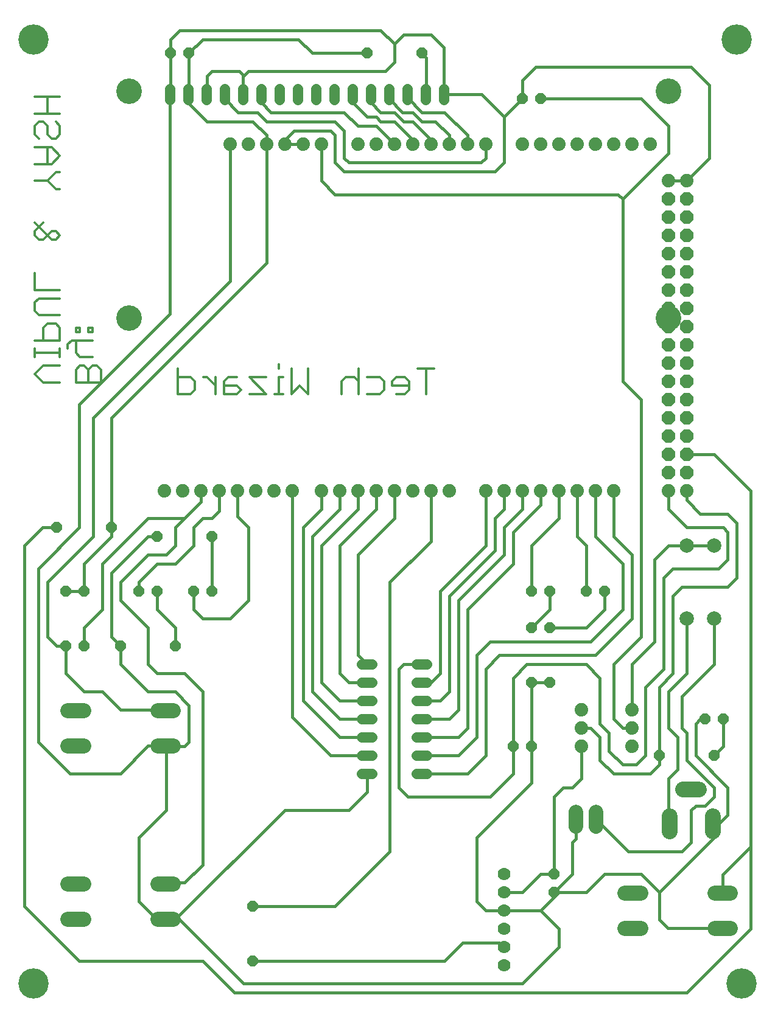
<source format=gbl>
G75*
%MOIN*%
%OFA0B0*%
%FSLAX24Y24*%
%IPPOS*%
%LPD*%
%AMOC8*
5,1,8,0,0,1.08239X$1,22.5*
%
%ADD10C,0.0120*%
%ADD11C,0.0740*%
%ADD12OC8,0.0740*%
%ADD13C,0.0700*%
%ADD14OC8,0.0576*%
%ADD15C,0.0576*%
%ADD16C,0.1400*%
%ADD17C,0.0846*%
%ADD18C,0.0810*%
%ADD19C,0.0792*%
%ADD20C,0.0860*%
%ADD21C,0.0160*%
%ADD22C,0.1660*%
D10*
X009498Y033660D02*
X010189Y033660D01*
X010419Y033890D01*
X010419Y034351D01*
X010189Y034581D01*
X009498Y034581D01*
X009498Y035041D02*
X009498Y033660D01*
X010879Y034581D02*
X011109Y034581D01*
X011570Y034120D01*
X011570Y033660D02*
X011570Y034581D01*
X012030Y034351D02*
X012030Y033660D01*
X012721Y033660D01*
X012951Y033890D01*
X012721Y034120D01*
X012030Y034120D01*
X012030Y034351D02*
X012260Y034581D01*
X012721Y034581D01*
X013411Y034581D02*
X014332Y033660D01*
X013411Y033660D01*
X013411Y034581D02*
X014332Y034581D01*
X015023Y034581D02*
X015023Y033660D01*
X015253Y033660D02*
X014793Y033660D01*
X015713Y033660D02*
X015713Y035041D01*
X015253Y034581D02*
X015023Y034581D01*
X015023Y035041D02*
X015023Y035271D01*
X016174Y034120D02*
X015713Y033660D01*
X016174Y034120D02*
X016634Y033660D01*
X016634Y035041D01*
X018476Y034351D02*
X018476Y033660D01*
X018476Y034351D02*
X018706Y034581D01*
X019166Y034581D01*
X019396Y034351D01*
X019857Y034581D02*
X020547Y034581D01*
X020778Y034351D01*
X020778Y033890D01*
X020547Y033660D01*
X019857Y033660D01*
X019396Y033660D02*
X019396Y035041D01*
X021238Y034351D02*
X021238Y034120D01*
X022159Y034120D01*
X022159Y033890D02*
X022159Y034351D01*
X021929Y034581D01*
X021468Y034581D01*
X021238Y034351D01*
X021468Y033660D02*
X021929Y033660D01*
X022159Y033890D01*
X022619Y035041D02*
X023540Y035041D01*
X023080Y035041D02*
X023080Y033660D01*
X005291Y034296D02*
X005291Y034987D01*
X005061Y035217D01*
X004831Y035217D01*
X004601Y034987D01*
X004601Y034296D01*
X005291Y034296D02*
X003910Y034296D01*
X003910Y034987D01*
X004140Y035217D01*
X004370Y035217D01*
X004601Y034987D01*
X004831Y035677D02*
X004140Y035677D01*
X003910Y035908D01*
X003910Y036598D01*
X003680Y036598D02*
X003450Y036368D01*
X003450Y036138D01*
X003041Y036138D02*
X003041Y035677D01*
X003041Y035908D02*
X001660Y035908D01*
X001660Y036138D02*
X001660Y035677D01*
X001660Y036598D02*
X003041Y036598D01*
X003041Y037289D01*
X002811Y037519D01*
X002351Y037519D01*
X002120Y037289D01*
X002120Y036598D01*
X002120Y035217D02*
X003041Y035217D01*
X002120Y035217D02*
X001660Y034757D01*
X002120Y034296D01*
X003041Y034296D01*
X003680Y036598D02*
X004831Y036598D01*
X004831Y037059D02*
X004601Y037059D01*
X004601Y037289D01*
X004831Y037289D01*
X004831Y037059D01*
X004140Y037059D02*
X003910Y037059D01*
X003910Y037289D01*
X004140Y037289D01*
X004140Y037059D01*
X003041Y037979D02*
X001890Y037979D01*
X001660Y038210D01*
X001660Y038670D01*
X001890Y038900D01*
X003041Y038900D01*
X003041Y039361D02*
X001660Y039361D01*
X001660Y040281D01*
X001890Y042123D02*
X002120Y042123D01*
X002581Y042583D01*
X002811Y042583D01*
X003041Y042353D01*
X002811Y042123D01*
X002581Y042123D01*
X001660Y043044D01*
X002120Y043044D02*
X001660Y042583D01*
X001660Y042353D01*
X001890Y042123D01*
X002811Y044885D02*
X002351Y045346D01*
X001660Y045346D01*
X002351Y045346D02*
X002811Y045806D01*
X003041Y045806D01*
X002581Y046266D02*
X003041Y046727D01*
X002581Y047187D01*
X001660Y047187D01*
X001890Y047648D02*
X001660Y047878D01*
X001660Y048338D01*
X001890Y048568D01*
X002120Y048568D01*
X002351Y048338D01*
X002351Y047878D01*
X002581Y047648D01*
X002811Y047648D01*
X003041Y047878D01*
X003041Y048338D01*
X002811Y048568D01*
X003041Y049029D02*
X001660Y049029D01*
X002351Y049029D02*
X002351Y049950D01*
X003041Y049950D02*
X001660Y049950D01*
X002351Y047187D02*
X002351Y046266D01*
X002581Y046266D02*
X001660Y046266D01*
X002811Y044885D02*
X003041Y044885D01*
D11*
X012350Y047350D03*
X013350Y047350D03*
X014350Y047350D03*
X015350Y047350D03*
X016350Y047350D03*
X017350Y047350D03*
X019350Y047350D03*
X020350Y047350D03*
X021350Y047350D03*
X022350Y047350D03*
X023350Y047350D03*
X024350Y047350D03*
X025350Y047350D03*
X026350Y047350D03*
X028350Y047350D03*
X029350Y047350D03*
X030350Y047350D03*
X031350Y047350D03*
X032350Y047350D03*
X033350Y047350D03*
X034350Y047350D03*
X035350Y047350D03*
X036350Y045350D03*
X037350Y045350D03*
X037350Y028350D03*
X036350Y028350D03*
X033350Y028350D03*
X032350Y028350D03*
X031350Y028350D03*
X030350Y028350D03*
X029350Y028350D03*
X028350Y028350D03*
X027350Y028350D03*
X026350Y028350D03*
X024350Y028350D03*
X023350Y028350D03*
X022350Y028350D03*
X021350Y028350D03*
X020350Y028350D03*
X019350Y028350D03*
X018350Y028350D03*
X017350Y028350D03*
X015750Y028350D03*
X014750Y028350D03*
X013750Y028350D03*
X012750Y028350D03*
X011750Y028350D03*
X010750Y028350D03*
X009750Y028350D03*
X008750Y028350D03*
X031600Y016350D03*
X031600Y015350D03*
X031600Y014350D03*
X034350Y014350D03*
X034350Y015350D03*
X034350Y016350D03*
D12*
X036350Y029350D03*
X036350Y030350D03*
X036350Y031350D03*
X036350Y032350D03*
X036350Y033350D03*
X036350Y034350D03*
X036350Y035350D03*
X036350Y036350D03*
X036350Y037350D03*
X036350Y038350D03*
X036350Y039350D03*
X036350Y040350D03*
X036350Y041350D03*
X036350Y042350D03*
X036350Y043350D03*
X036350Y044350D03*
X037350Y044350D03*
X037350Y043350D03*
X037350Y042350D03*
X037350Y041350D03*
X037350Y040350D03*
X037350Y039350D03*
X037350Y038350D03*
X037350Y037350D03*
X037350Y036350D03*
X037350Y035350D03*
X037350Y034350D03*
X037350Y033350D03*
X037350Y032350D03*
X037350Y031350D03*
X037350Y030350D03*
X037350Y029350D03*
D13*
X027350Y007350D03*
X027350Y006350D03*
X027350Y005350D03*
X027350Y004350D03*
X027350Y003350D03*
X027350Y002350D03*
D14*
X030100Y006350D03*
X030100Y007350D03*
X028850Y014350D03*
X027850Y014350D03*
X028850Y017850D03*
X029850Y017850D03*
X029850Y020850D03*
X028850Y020850D03*
X028850Y022850D03*
X029850Y022850D03*
X031850Y022850D03*
X032850Y022850D03*
X038350Y015850D03*
X039350Y015850D03*
X038850Y013850D03*
X035850Y013850D03*
X013600Y005600D03*
X013600Y002600D03*
X009350Y019850D03*
X008350Y022850D03*
X007350Y022850D03*
X006350Y019850D03*
X004350Y019850D03*
X003350Y019850D03*
X003350Y022850D03*
X004350Y022850D03*
X002850Y026350D03*
X005850Y026350D03*
X008350Y025850D03*
X010350Y022850D03*
X011350Y022850D03*
X011350Y025850D03*
X028350Y049850D03*
X029350Y049850D03*
X022850Y052350D03*
X019850Y052350D03*
X010100Y052350D03*
X009100Y052350D03*
D15*
X009047Y050369D02*
X009047Y049793D01*
X010047Y049793D02*
X010047Y050369D01*
X011047Y050369D02*
X011047Y049793D01*
X012047Y049793D02*
X012047Y050369D01*
X013047Y050369D02*
X013047Y049793D01*
X014047Y049793D02*
X014047Y050369D01*
X015047Y050369D02*
X015047Y049793D01*
X016047Y049793D02*
X016047Y050369D01*
X017047Y050369D02*
X017047Y049793D01*
X018047Y049793D02*
X018047Y050369D01*
X019047Y050369D02*
X019047Y049793D01*
X020047Y049793D02*
X020047Y050369D01*
X021047Y050369D02*
X021047Y049793D01*
X022047Y049793D02*
X022047Y050369D01*
X023047Y050369D02*
X023047Y049793D01*
X024047Y049793D02*
X024047Y050369D01*
X023138Y018850D02*
X022562Y018850D01*
X022562Y017850D02*
X023138Y017850D01*
X023138Y016850D02*
X022562Y016850D01*
X022562Y015850D02*
X023138Y015850D01*
X023138Y014850D02*
X022562Y014850D01*
X022562Y013850D02*
X023138Y013850D01*
X023138Y012850D02*
X022562Y012850D01*
X020138Y012850D02*
X019562Y012850D01*
X019562Y013850D02*
X020138Y013850D01*
X020138Y014850D02*
X019562Y014850D01*
X019562Y015850D02*
X020138Y015850D01*
X020138Y016850D02*
X019562Y016850D01*
X019562Y017850D02*
X020138Y017850D01*
X020138Y018850D02*
X019562Y018850D01*
D16*
X006834Y037834D03*
X006834Y050236D03*
X036362Y050236D03*
X036362Y037834D03*
D17*
X034813Y006330D02*
X033967Y006330D01*
X033967Y004370D02*
X034813Y004370D01*
X038887Y004370D02*
X039733Y004370D01*
X039733Y006330D02*
X038887Y006330D01*
X009233Y006830D02*
X008387Y006830D01*
X008387Y004870D02*
X009233Y004870D01*
X004313Y004870D02*
X003467Y004870D01*
X003467Y006830D02*
X004313Y006830D01*
X004313Y014370D02*
X003467Y014370D01*
X003467Y016330D02*
X004313Y016330D01*
X008387Y016330D02*
X009233Y016330D01*
X009233Y014370D02*
X008387Y014370D01*
D18*
X031300Y010755D02*
X031300Y009945D01*
X032400Y009945D02*
X032400Y010755D01*
D19*
X037350Y021350D03*
X038850Y021350D03*
X038850Y025350D03*
X037350Y025350D03*
D20*
X037170Y011990D02*
X038030Y011990D01*
X038781Y010530D02*
X038781Y009670D01*
X036419Y009670D02*
X036419Y010530D01*
D21*
X036350Y010169D02*
X036419Y010100D01*
X036350Y010169D02*
X036350Y012600D01*
X036850Y013100D01*
X036850Y014850D01*
X036350Y015350D01*
X036350Y017350D01*
X037350Y018350D01*
X037350Y021350D01*
X036600Y022600D02*
X037100Y023100D01*
X039600Y023100D01*
X040100Y023600D01*
X040100Y026600D01*
X039600Y027100D01*
X038100Y027100D01*
X037350Y027850D01*
X037350Y028350D01*
X036350Y028350D02*
X036350Y027350D01*
X037350Y026350D01*
X039350Y026350D01*
X039600Y026100D01*
X039600Y024600D01*
X039100Y024100D01*
X036600Y024100D01*
X036100Y023600D01*
X036100Y018600D01*
X035100Y017600D01*
X035100Y013850D01*
X034600Y013350D01*
X033850Y013350D01*
X033100Y014100D01*
X033100Y015100D01*
X032600Y015600D01*
X032600Y018100D01*
X031850Y018850D01*
X028600Y018850D01*
X027850Y018100D01*
X027850Y014350D01*
X027850Y012850D01*
X026600Y011600D01*
X022100Y011600D01*
X021600Y012100D01*
X021600Y018600D01*
X021850Y018850D01*
X022850Y018850D01*
X022850Y017850D02*
X023350Y017850D01*
X023850Y018350D01*
X023850Y022850D01*
X026350Y025350D01*
X026350Y028350D01*
X027350Y028350D02*
X027350Y027350D01*
X026850Y026850D01*
X026850Y025100D01*
X024350Y022600D01*
X024350Y017350D01*
X023850Y016850D01*
X022850Y016850D01*
X022850Y015850D02*
X024350Y015850D01*
X024850Y016350D01*
X024850Y022350D01*
X027350Y024850D01*
X027350Y026350D01*
X028350Y027350D01*
X028350Y028350D01*
X029350Y028350D02*
X029350Y027600D01*
X027850Y026100D01*
X027850Y024350D01*
X025350Y021850D01*
X025350Y015350D01*
X024850Y014850D01*
X022850Y014850D01*
X022850Y013850D02*
X024850Y013850D01*
X025850Y014850D01*
X025850Y019350D01*
X026600Y020100D01*
X032100Y020100D01*
X033850Y021850D01*
X033850Y024350D01*
X032350Y025850D01*
X032350Y028350D01*
X033350Y028350D02*
X033350Y025850D01*
X034350Y024850D01*
X034350Y021350D01*
X032350Y019350D01*
X027100Y019350D01*
X026350Y018600D01*
X026350Y013850D01*
X025350Y012850D01*
X022850Y012850D01*
X019850Y012850D02*
X019850Y011850D01*
X018850Y010850D01*
X015350Y010850D01*
X009370Y004870D01*
X009350Y004850D01*
X009600Y004850D01*
X013100Y001350D01*
X028350Y001350D01*
X030350Y003350D01*
X030350Y004350D01*
X029350Y005350D01*
X030100Y006100D01*
X030100Y006350D01*
X031100Y007350D01*
X031100Y009100D01*
X031300Y009300D01*
X031300Y010350D01*
X032400Y010350D02*
X034150Y008600D01*
X037100Y008600D01*
X037600Y009100D01*
X037600Y010850D01*
X037850Y011100D01*
X038350Y011100D01*
X038850Y011600D01*
X038850Y012100D01*
X037350Y013600D01*
X037350Y015100D01*
X037100Y015350D01*
X037100Y017100D01*
X038850Y018850D01*
X038850Y021350D01*
X036600Y022600D02*
X036600Y018350D01*
X035850Y017600D01*
X035850Y013850D01*
X035850Y013350D01*
X035350Y012850D01*
X033350Y012850D01*
X032600Y013600D01*
X032600Y014850D01*
X032100Y015350D01*
X031600Y015350D01*
X031600Y014350D02*
X031600Y012600D01*
X031100Y012100D01*
X030600Y012100D01*
X030100Y011600D01*
X030100Y007350D01*
X029350Y007350D01*
X028350Y006350D01*
X027350Y006350D01*
X027350Y005350D02*
X026350Y005350D01*
X025850Y005850D01*
X025850Y009350D01*
X028850Y012350D01*
X028850Y014350D01*
X028850Y017850D01*
X029850Y017850D01*
X029850Y020850D02*
X031850Y020850D01*
X032850Y021850D01*
X032850Y022850D01*
X031850Y022850D02*
X031850Y025350D01*
X031350Y025850D01*
X031350Y028350D01*
X030350Y028350D02*
X030350Y026850D01*
X028850Y025350D01*
X028850Y022850D01*
X029850Y022850D02*
X029850Y021850D01*
X028850Y020850D01*
X033350Y018850D02*
X033350Y015850D01*
X033850Y015350D01*
X034350Y015350D01*
X034350Y016350D02*
X034350Y018850D01*
X035600Y020100D01*
X035600Y024600D01*
X036350Y025350D01*
X037350Y025350D01*
X038850Y025350D01*
X040850Y028350D02*
X040850Y008850D01*
X040850Y004350D01*
X037350Y000850D01*
X012600Y000850D01*
X010850Y002600D01*
X004100Y002600D01*
X001100Y005600D01*
X001100Y025350D01*
X002100Y026350D01*
X002850Y026350D01*
X004100Y026350D02*
X001850Y024100D01*
X001850Y014600D01*
X003600Y012850D01*
X006350Y012850D01*
X007870Y014370D01*
X008810Y014370D01*
X008850Y014330D01*
X008850Y010850D01*
X007350Y009350D01*
X007350Y005850D01*
X008350Y004850D01*
X009350Y004850D01*
X009370Y004870D02*
X008810Y004870D01*
X008810Y006830D02*
X008850Y006870D01*
X009870Y006870D01*
X010850Y007850D01*
X010850Y017350D01*
X009850Y018350D01*
X008350Y018350D01*
X007850Y018850D01*
X007850Y020850D01*
X006350Y022350D01*
X006350Y023350D01*
X007850Y024850D01*
X008850Y024850D01*
X009350Y025350D01*
X009350Y026350D01*
X009850Y026850D01*
X007850Y026850D01*
X005350Y024350D01*
X005350Y021850D01*
X004350Y020850D01*
X004350Y019850D01*
X003350Y019850D02*
X003350Y018350D01*
X004350Y017350D01*
X005350Y017350D01*
X006350Y016350D01*
X008790Y016350D01*
X008810Y016330D01*
X009350Y017350D02*
X010100Y016600D01*
X010100Y014600D01*
X009850Y014350D01*
X008830Y014350D01*
X008810Y014370D01*
X009350Y017350D02*
X007850Y017350D01*
X006350Y018850D01*
X006350Y019850D01*
X005850Y020350D01*
X005850Y023850D01*
X007850Y025850D01*
X008350Y025850D01*
X008350Y024350D02*
X007350Y023350D01*
X007350Y022850D01*
X008350Y022850D02*
X008350Y021850D01*
X009350Y020850D01*
X009350Y019850D01*
X010850Y021350D02*
X010350Y021850D01*
X010350Y022850D01*
X011350Y022850D02*
X011350Y025850D01*
X011350Y026850D02*
X010850Y026850D01*
X010350Y026350D01*
X010350Y025350D01*
X009350Y024350D01*
X008350Y024350D01*
X009850Y026850D02*
X010750Y027750D01*
X010750Y028350D01*
X011750Y028350D02*
X011750Y027250D01*
X011350Y026850D01*
X012750Y026950D02*
X012750Y028350D01*
X012750Y026950D02*
X013350Y026350D01*
X013350Y022350D01*
X012350Y021350D01*
X010850Y021350D01*
X005850Y025850D02*
X005850Y026350D01*
X005850Y032350D01*
X014350Y040850D01*
X014350Y047350D01*
X014350Y047850D01*
X013600Y048600D01*
X011100Y048600D01*
X010100Y049600D01*
X010100Y050134D01*
X010047Y050081D01*
X010100Y050134D02*
X010100Y052350D01*
X010850Y053100D01*
X016100Y053100D01*
X016850Y052350D01*
X019850Y052350D01*
X020850Y051350D02*
X021350Y051850D01*
X021350Y052850D01*
X020600Y053600D01*
X009600Y053600D01*
X009100Y053100D01*
X009100Y052350D01*
X009100Y050134D01*
X009047Y050081D01*
X009047Y038047D01*
X004100Y033100D01*
X004100Y026350D01*
X004850Y025850D02*
X004850Y032350D01*
X012350Y039850D01*
X012350Y047350D01*
X012797Y049100D02*
X012047Y049850D01*
X012047Y050081D01*
X011100Y050134D02*
X011100Y051100D01*
X011350Y051350D01*
X012850Y051350D01*
X013047Y051153D01*
X013047Y051047D01*
X013350Y051350D01*
X020850Y051350D01*
X021047Y050081D02*
X021047Y049850D01*
X021797Y049100D01*
X022350Y049100D01*
X022850Y048600D01*
X023600Y048600D01*
X024350Y047850D01*
X024350Y047350D01*
X025350Y047350D02*
X025350Y047850D01*
X024100Y049100D01*
X022850Y049100D01*
X022047Y049903D01*
X022047Y050081D01*
X023047Y050081D02*
X023100Y050134D01*
X023100Y052100D01*
X022850Y052350D01*
X023350Y053350D02*
X021850Y053350D01*
X021350Y052850D01*
X023350Y053350D02*
X024047Y052653D01*
X024047Y050081D01*
X026119Y050081D01*
X027350Y048850D01*
X028350Y049850D01*
X028350Y050850D01*
X029100Y051600D01*
X037600Y051600D01*
X038600Y050600D01*
X038600Y046600D01*
X037350Y045350D01*
X036350Y045350D01*
X036350Y046850D02*
X033850Y044350D01*
X033600Y044600D01*
X018100Y044600D01*
X017350Y045350D01*
X017350Y047350D01*
X017850Y048100D02*
X018100Y047850D01*
X018100Y046350D01*
X018600Y045850D01*
X026850Y045850D01*
X027350Y046350D01*
X027350Y048850D01*
X026350Y047350D02*
X026350Y046600D01*
X026100Y046350D01*
X018850Y046350D01*
X018600Y046600D01*
X018600Y048100D01*
X018100Y048600D01*
X014350Y048600D01*
X013850Y049100D01*
X012797Y049100D01*
X013047Y050081D02*
X013119Y050081D01*
X013047Y050081D02*
X013047Y051047D01*
X014047Y050081D02*
X014047Y049653D01*
X014600Y049100D01*
X018600Y049100D01*
X019350Y048350D01*
X020350Y048350D01*
X021350Y047350D01*
X022350Y047600D02*
X021350Y048600D01*
X020600Y048600D01*
X020350Y048850D01*
X019850Y048850D01*
X019047Y049653D01*
X019047Y050081D01*
X020047Y050081D02*
X020047Y049653D01*
X020600Y049100D01*
X021350Y049100D01*
X021850Y048600D01*
X022350Y048600D01*
X023350Y047600D01*
X023350Y047350D01*
X022350Y047350D02*
X022350Y047600D01*
X017850Y048100D02*
X015850Y048100D01*
X015350Y047600D01*
X015350Y047350D01*
X016350Y047350D01*
X011100Y050134D02*
X011047Y050081D01*
X015750Y028350D02*
X015750Y015950D01*
X017850Y013850D01*
X019850Y013850D01*
X019850Y014850D02*
X018350Y014850D01*
X016350Y016850D01*
X016350Y026350D01*
X017350Y027350D01*
X017350Y028350D01*
X018350Y028350D02*
X018350Y027350D01*
X016850Y025850D01*
X016850Y017350D01*
X018350Y015850D01*
X019850Y015850D01*
X019850Y016850D02*
X018350Y016850D01*
X017350Y017850D01*
X017350Y025350D01*
X019350Y027350D01*
X019350Y028350D01*
X020350Y028350D02*
X020350Y027350D01*
X018350Y025350D01*
X018350Y018350D01*
X018850Y017850D01*
X019850Y017850D01*
X019850Y018850D02*
X019350Y019350D01*
X019350Y024850D01*
X021350Y026850D01*
X021350Y028350D01*
X023350Y028350D02*
X023350Y025600D01*
X021100Y023350D01*
X021100Y008600D01*
X018100Y005600D01*
X013600Y005600D01*
X013600Y002600D02*
X024100Y002600D01*
X025100Y003600D01*
X027100Y003600D01*
X027350Y003350D01*
X027350Y005350D02*
X029350Y005350D01*
X030100Y006350D02*
X031850Y006350D01*
X032850Y007350D01*
X034850Y007350D01*
X035850Y006350D01*
X038850Y009350D01*
X038850Y010031D01*
X038781Y010100D01*
X039100Y010100D01*
X039600Y010600D01*
X039600Y012100D01*
X037850Y013850D01*
X037850Y015600D01*
X038100Y015850D01*
X038350Y015850D01*
X039350Y015850D02*
X039350Y014350D01*
X038850Y013850D01*
X040850Y008850D02*
X039310Y007310D01*
X039310Y006330D01*
X039310Y004370D02*
X036330Y004370D01*
X035850Y004850D01*
X035850Y006350D01*
X033350Y018850D02*
X034850Y020350D01*
X034850Y033350D01*
X033850Y034350D01*
X033850Y044350D01*
X036350Y046850D02*
X036350Y048350D01*
X034850Y049850D01*
X029350Y049850D01*
X037350Y030350D02*
X038850Y030350D01*
X040850Y028350D01*
X005850Y025850D02*
X004350Y024350D01*
X004350Y022850D01*
X003350Y022850D01*
X002350Y023350D02*
X004850Y025850D01*
X002350Y023350D02*
X002350Y020350D01*
X002850Y019850D01*
X003350Y019850D01*
D22*
X001600Y001350D03*
X040350Y001350D03*
X040100Y053100D03*
X001600Y053100D03*
M02*

</source>
